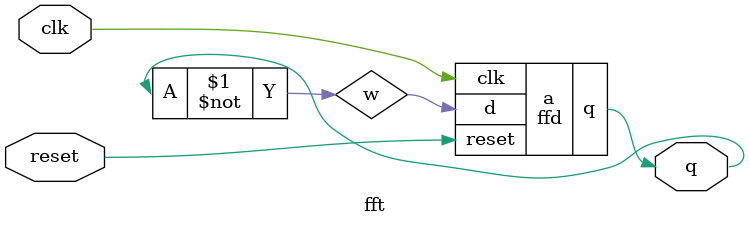
<source format=v>
module ffd(input clk, input reset, input d, output reg q);

  always @ (posedge clk, posedge reset)
  if (reset) q <= 1'b0;
  else q <= d;

endmodule

module fft(input clk, reset, output q);

  wire w;
  assign w = ~q;

  ffd a(clk, reset, w, q);

endmodule

</source>
